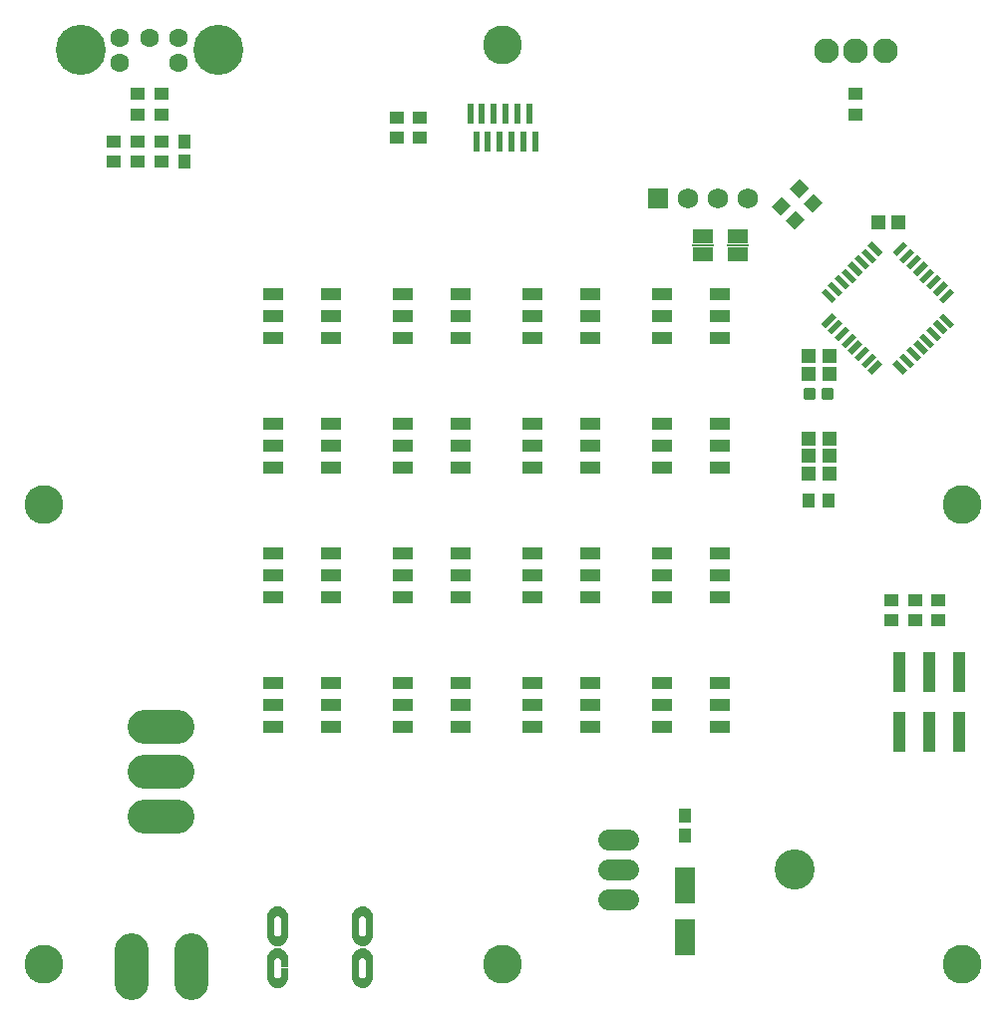
<source format=gbr>
G04 EAGLE Gerber RS-274X export*
G75*
%MOMM*%
%FSLAX34Y34*%
%LPD*%
%INSoldermask Bottom*%
%IPPOS*%
%AMOC8*
5,1,8,0,0,1.08239X$1,22.5*%
G01*
%ADD10C,3.301600*%
%ADD11R,1.151600X1.181600*%
%ADD12R,1.101600X1.201600*%
%ADD13R,1.701600X3.101600*%
%ADD14R,1.300000X0.500000*%
%ADD15C,1.778000*%
%ADD16C,3.403600*%
%ADD17R,1.201600X1.101600*%
%ADD18C,2.101600*%
%ADD19C,2.882900*%
%ADD20R,1.117600X3.403600*%
%ADD21R,1.701600X1.101600*%
%ADD22R,0.501600X1.701600*%
%ADD23C,1.601600*%
%ADD24C,4.250600*%
%ADD25R,1.751600X1.751600*%
%ADD26C,1.751600*%
%ADD27C,0.326897*%
%ADD28R,1.701800X1.270000*%
%ADD29R,1.828800X0.152400*%

G36*
X250756Y65168D02*
X250756Y65168D01*
X250757Y65168D01*
X252446Y65680D01*
X252446Y65681D01*
X252447Y65681D01*
X254002Y66512D01*
X254003Y66513D01*
X255367Y67632D01*
X255367Y67633D01*
X255368Y67633D01*
X256487Y68997D01*
X256488Y68998D01*
X257319Y70554D01*
X257320Y70554D01*
X257832Y72243D01*
X257832Y72244D01*
X258005Y74000D01*
X258005Y81750D01*
X258001Y81755D01*
X258000Y81755D01*
X252000Y81755D01*
X251995Y81751D01*
X251995Y81750D01*
X251995Y76500D01*
X251995Y76498D01*
X251994Y76493D01*
X251994Y76488D01*
X251993Y76483D01*
X251993Y76478D01*
X251992Y76473D01*
X251990Y76454D01*
X251989Y76449D01*
X251989Y76444D01*
X251988Y76439D01*
X251988Y76434D01*
X251987Y76429D01*
X251986Y76424D01*
X251986Y76419D01*
X251985Y76414D01*
X251983Y76394D01*
X251983Y76389D01*
X251982Y76389D01*
X251983Y76389D01*
X251982Y76384D01*
X251981Y76379D01*
X251981Y76374D01*
X251980Y76369D01*
X251980Y76364D01*
X251979Y76359D01*
X251979Y76354D01*
X251976Y76334D01*
X251976Y76329D01*
X251975Y76324D01*
X251975Y76319D01*
X251974Y76314D01*
X251974Y76310D01*
X251974Y76309D01*
X251973Y76305D01*
X251973Y76304D01*
X251972Y76300D01*
X251970Y76275D01*
X251969Y76270D01*
X251969Y76265D01*
X251968Y76265D01*
X251969Y76265D01*
X251968Y76260D01*
X251967Y76255D01*
X251967Y76250D01*
X251966Y76245D01*
X251966Y76240D01*
X251963Y76220D01*
X251963Y76215D01*
X251962Y76210D01*
X251962Y76205D01*
X251961Y76200D01*
X251961Y76195D01*
X251960Y76190D01*
X251960Y76185D01*
X251959Y76180D01*
X251957Y76160D01*
X251956Y76155D01*
X251956Y76151D01*
X251956Y76150D01*
X251955Y76146D01*
X251955Y76145D01*
X251955Y76141D01*
X251954Y76141D01*
X251955Y76141D01*
X251954Y76136D01*
X251953Y76131D01*
X251953Y76126D01*
X251952Y76121D01*
X251950Y76101D01*
X251949Y76096D01*
X251949Y76091D01*
X251948Y76086D01*
X251948Y76081D01*
X251947Y76076D01*
X251947Y76071D01*
X251946Y76066D01*
X251946Y76061D01*
X251943Y76041D01*
X251943Y76036D01*
X251942Y76031D01*
X251942Y76026D01*
X251941Y76021D01*
X251941Y76016D01*
X251940Y76016D01*
X251941Y76016D01*
X251940Y76011D01*
X251939Y76006D01*
X251939Y76001D01*
X251937Y75982D01*
X251936Y75977D01*
X251935Y75972D01*
X251935Y75967D01*
X251934Y75962D01*
X251934Y75957D01*
X251933Y75952D01*
X251933Y75947D01*
X251930Y75922D01*
X251929Y75917D01*
X251929Y75912D01*
X251928Y75907D01*
X251928Y75902D01*
X251927Y75897D01*
X251927Y75892D01*
X251926Y75892D01*
X251927Y75892D01*
X251926Y75887D01*
X251923Y75862D01*
X251923Y75857D01*
X251922Y75852D01*
X251921Y75847D01*
X251921Y75842D01*
X251920Y75837D01*
X251920Y75834D01*
X251698Y75200D01*
X251342Y74633D01*
X250867Y74158D01*
X250300Y73802D01*
X249666Y73580D01*
X249366Y73546D01*
X249322Y73541D01*
X249013Y73507D01*
X249000Y73505D01*
X248334Y73580D01*
X247700Y73802D01*
X247133Y74158D01*
X246658Y74633D01*
X246302Y75200D01*
X246080Y75834D01*
X246005Y76500D01*
X246005Y87500D01*
X246005Y87503D01*
X246006Y87508D01*
X246006Y87513D01*
X246007Y87518D01*
X246008Y87523D01*
X246010Y87543D01*
X246010Y87548D01*
X246011Y87552D01*
X246011Y87553D01*
X246011Y87557D01*
X246012Y87557D01*
X246011Y87558D01*
X246012Y87562D01*
X246013Y87567D01*
X246013Y87572D01*
X246014Y87577D01*
X246014Y87582D01*
X246017Y87602D01*
X246017Y87607D01*
X246018Y87612D01*
X246018Y87617D01*
X246019Y87622D01*
X246019Y87627D01*
X246020Y87632D01*
X246020Y87637D01*
X246021Y87642D01*
X246023Y87662D01*
X246024Y87667D01*
X246024Y87672D01*
X246025Y87677D01*
X246025Y87682D01*
X246026Y87682D01*
X246025Y87682D01*
X246026Y87687D01*
X246027Y87692D01*
X246027Y87697D01*
X246028Y87702D01*
X246030Y87721D01*
X246031Y87726D01*
X246031Y87731D01*
X246032Y87736D01*
X246032Y87741D01*
X246033Y87746D01*
X246033Y87751D01*
X246034Y87756D01*
X246034Y87761D01*
X246037Y87781D01*
X246037Y87786D01*
X246038Y87791D01*
X246038Y87796D01*
X246039Y87801D01*
X246039Y87806D01*
X246040Y87806D01*
X246039Y87806D01*
X246040Y87811D01*
X246041Y87816D01*
X246043Y87841D01*
X246044Y87846D01*
X246045Y87851D01*
X246045Y87856D01*
X246046Y87861D01*
X246046Y87866D01*
X246047Y87870D01*
X246047Y87871D01*
X246047Y87875D01*
X246047Y87876D01*
X246050Y87900D01*
X246051Y87905D01*
X246051Y87910D01*
X246052Y87915D01*
X246052Y87920D01*
X246053Y87925D01*
X246053Y87930D01*
X246054Y87930D01*
X246053Y87930D01*
X246054Y87935D01*
X246056Y87955D01*
X246057Y87960D01*
X246057Y87965D01*
X246058Y87970D01*
X246059Y87975D01*
X246059Y87980D01*
X246060Y87985D01*
X246060Y87990D01*
X246061Y87995D01*
X246063Y88015D01*
X246064Y88020D01*
X246064Y88025D01*
X246065Y88029D01*
X246065Y88030D01*
X246065Y88034D01*
X246065Y88035D01*
X246066Y88039D01*
X246066Y88044D01*
X246067Y88049D01*
X246067Y88054D01*
X246068Y88054D01*
X246067Y88054D01*
X246070Y88074D01*
X246070Y88079D01*
X246071Y88084D01*
X246071Y88089D01*
X246072Y88094D01*
X246073Y88099D01*
X246073Y88104D01*
X246074Y88109D01*
X246074Y88114D01*
X246076Y88134D01*
X246077Y88139D01*
X246078Y88144D01*
X246078Y88149D01*
X246079Y88154D01*
X246079Y88159D01*
X246080Y88164D01*
X246080Y88166D01*
X246302Y88800D01*
X246658Y89367D01*
X247133Y89842D01*
X247700Y90198D01*
X248334Y90420D01*
X249000Y90495D01*
X249666Y90420D01*
X250300Y90198D01*
X250867Y89842D01*
X251342Y89367D01*
X251698Y88800D01*
X251920Y88166D01*
X251995Y87500D01*
X251995Y82375D01*
X251999Y82370D01*
X252000Y82370D01*
X258000Y82370D01*
X258005Y82374D01*
X258005Y82375D01*
X258005Y90000D01*
X258005Y90001D01*
X257832Y91756D01*
X257832Y91757D01*
X257320Y93446D01*
X257319Y93446D01*
X257319Y93447D01*
X256488Y95002D01*
X256487Y95003D01*
X255368Y96367D01*
X255367Y96367D01*
X255367Y96368D01*
X254003Y97487D01*
X254002Y97488D01*
X252447Y98319D01*
X252446Y98319D01*
X252446Y98320D01*
X250757Y98832D01*
X250756Y98832D01*
X249001Y99005D01*
X249000Y99005D01*
X247244Y98832D01*
X247243Y98832D01*
X245554Y98320D01*
X245554Y98319D01*
X243998Y97488D01*
X243997Y97487D01*
X242633Y96368D01*
X242633Y96367D01*
X242632Y96367D01*
X241513Y95003D01*
X241512Y95002D01*
X240681Y93447D01*
X240681Y93446D01*
X240680Y93446D01*
X240168Y91757D01*
X240168Y91756D01*
X239995Y90001D01*
X239995Y90000D01*
X239995Y74000D01*
X240168Y72244D01*
X240168Y72243D01*
X240680Y70554D01*
X240681Y70554D01*
X241512Y68998D01*
X241513Y68997D01*
X242632Y67633D01*
X242633Y67633D01*
X242633Y67632D01*
X243997Y66513D01*
X243998Y66512D01*
X245554Y65681D01*
X245554Y65680D01*
X247243Y65168D01*
X247244Y65168D01*
X249000Y64995D01*
X249001Y64995D01*
X250756Y65168D01*
G37*
G36*
X250756Y29668D02*
X250756Y29668D01*
X250757Y29668D01*
X252446Y30180D01*
X252446Y30181D01*
X252447Y30181D01*
X254002Y31012D01*
X254003Y31013D01*
X255367Y32132D01*
X255367Y32133D01*
X255368Y32133D01*
X256487Y33497D01*
X256488Y33498D01*
X257319Y35054D01*
X257320Y35054D01*
X257832Y36743D01*
X257832Y36744D01*
X258005Y38500D01*
X258005Y46250D01*
X258001Y46255D01*
X258000Y46255D01*
X252000Y46255D01*
X251995Y46251D01*
X251995Y46250D01*
X251995Y41000D01*
X251995Y40998D01*
X251994Y40993D01*
X251994Y40988D01*
X251993Y40983D01*
X251993Y40978D01*
X251992Y40973D01*
X251990Y40954D01*
X251989Y40949D01*
X251989Y40944D01*
X251988Y40939D01*
X251988Y40934D01*
X251987Y40929D01*
X251986Y40924D01*
X251986Y40919D01*
X251985Y40914D01*
X251983Y40894D01*
X251983Y40889D01*
X251982Y40889D01*
X251983Y40889D01*
X251982Y40884D01*
X251981Y40879D01*
X251981Y40874D01*
X251980Y40869D01*
X251980Y40864D01*
X251979Y40859D01*
X251979Y40854D01*
X251976Y40834D01*
X251976Y40829D01*
X251975Y40824D01*
X251975Y40819D01*
X251974Y40814D01*
X251974Y40810D01*
X251974Y40809D01*
X251973Y40805D01*
X251973Y40804D01*
X251972Y40800D01*
X251970Y40775D01*
X251969Y40770D01*
X251969Y40765D01*
X251968Y40765D01*
X251969Y40765D01*
X251968Y40760D01*
X251967Y40755D01*
X251967Y40750D01*
X251966Y40745D01*
X251966Y40740D01*
X251963Y40720D01*
X251963Y40715D01*
X251962Y40710D01*
X251962Y40705D01*
X251961Y40700D01*
X251961Y40695D01*
X251960Y40690D01*
X251960Y40685D01*
X251959Y40680D01*
X251957Y40660D01*
X251956Y40655D01*
X251956Y40651D01*
X251956Y40650D01*
X251955Y40646D01*
X251955Y40645D01*
X251955Y40641D01*
X251954Y40641D01*
X251955Y40641D01*
X251954Y40636D01*
X251953Y40631D01*
X251953Y40626D01*
X251952Y40621D01*
X251950Y40601D01*
X251949Y40596D01*
X251949Y40591D01*
X251948Y40586D01*
X251948Y40581D01*
X251947Y40576D01*
X251947Y40571D01*
X251946Y40566D01*
X251946Y40561D01*
X251943Y40541D01*
X251943Y40536D01*
X251942Y40531D01*
X251942Y40526D01*
X251941Y40521D01*
X251941Y40516D01*
X251940Y40516D01*
X251941Y40516D01*
X251940Y40511D01*
X251939Y40506D01*
X251939Y40501D01*
X251937Y40482D01*
X251936Y40477D01*
X251935Y40472D01*
X251935Y40467D01*
X251934Y40462D01*
X251934Y40457D01*
X251933Y40452D01*
X251933Y40447D01*
X251930Y40422D01*
X251929Y40417D01*
X251929Y40412D01*
X251928Y40407D01*
X251928Y40402D01*
X251927Y40397D01*
X251927Y40392D01*
X251926Y40392D01*
X251927Y40392D01*
X251926Y40387D01*
X251923Y40362D01*
X251923Y40357D01*
X251922Y40352D01*
X251921Y40347D01*
X251921Y40342D01*
X251920Y40337D01*
X251920Y40334D01*
X251698Y39700D01*
X251342Y39133D01*
X250867Y38658D01*
X250300Y38302D01*
X249666Y38080D01*
X249366Y38046D01*
X249322Y38041D01*
X249013Y38007D01*
X249000Y38005D01*
X248334Y38080D01*
X247700Y38302D01*
X247133Y38658D01*
X246658Y39133D01*
X246302Y39700D01*
X246080Y40334D01*
X246005Y41000D01*
X246005Y52000D01*
X246005Y52003D01*
X246006Y52008D01*
X246006Y52013D01*
X246007Y52018D01*
X246008Y52023D01*
X246010Y52043D01*
X246010Y52048D01*
X246011Y52052D01*
X246011Y52053D01*
X246011Y52057D01*
X246012Y52057D01*
X246011Y52058D01*
X246012Y52062D01*
X246013Y52067D01*
X246013Y52072D01*
X246014Y52077D01*
X246014Y52082D01*
X246017Y52102D01*
X246017Y52107D01*
X246018Y52112D01*
X246018Y52117D01*
X246019Y52122D01*
X246019Y52127D01*
X246020Y52132D01*
X246020Y52137D01*
X246021Y52142D01*
X246023Y52162D01*
X246024Y52167D01*
X246024Y52172D01*
X246025Y52177D01*
X246025Y52182D01*
X246026Y52182D01*
X246025Y52182D01*
X246026Y52187D01*
X246027Y52192D01*
X246027Y52197D01*
X246028Y52202D01*
X246030Y52221D01*
X246031Y52226D01*
X246031Y52231D01*
X246032Y52236D01*
X246032Y52241D01*
X246033Y52246D01*
X246033Y52251D01*
X246034Y52256D01*
X246034Y52261D01*
X246037Y52281D01*
X246037Y52286D01*
X246038Y52291D01*
X246038Y52296D01*
X246039Y52301D01*
X246039Y52306D01*
X246040Y52306D01*
X246039Y52306D01*
X246040Y52311D01*
X246041Y52316D01*
X246043Y52341D01*
X246044Y52346D01*
X246045Y52351D01*
X246045Y52356D01*
X246046Y52361D01*
X246046Y52366D01*
X246047Y52370D01*
X246047Y52371D01*
X246047Y52375D01*
X246047Y52376D01*
X246050Y52400D01*
X246051Y52405D01*
X246051Y52410D01*
X246052Y52415D01*
X246052Y52420D01*
X246053Y52425D01*
X246053Y52430D01*
X246054Y52430D01*
X246053Y52430D01*
X246054Y52435D01*
X246056Y52455D01*
X246057Y52460D01*
X246057Y52465D01*
X246058Y52470D01*
X246059Y52475D01*
X246059Y52480D01*
X246060Y52485D01*
X246060Y52490D01*
X246061Y52495D01*
X246063Y52515D01*
X246064Y52520D01*
X246064Y52525D01*
X246065Y52529D01*
X246065Y52530D01*
X246065Y52534D01*
X246065Y52535D01*
X246066Y52539D01*
X246066Y52544D01*
X246067Y52549D01*
X246067Y52554D01*
X246068Y52554D01*
X246067Y52554D01*
X246070Y52574D01*
X246070Y52579D01*
X246071Y52584D01*
X246071Y52589D01*
X246072Y52594D01*
X246073Y52599D01*
X246073Y52604D01*
X246074Y52609D01*
X246074Y52614D01*
X246076Y52634D01*
X246077Y52639D01*
X246078Y52644D01*
X246078Y52649D01*
X246079Y52654D01*
X246079Y52659D01*
X246080Y52664D01*
X246080Y52666D01*
X246302Y53300D01*
X246658Y53867D01*
X247133Y54342D01*
X247700Y54698D01*
X248334Y54920D01*
X249000Y54995D01*
X249666Y54920D01*
X250300Y54698D01*
X250867Y54342D01*
X251342Y53867D01*
X251698Y53300D01*
X251920Y52666D01*
X251995Y52000D01*
X251995Y46875D01*
X251999Y46870D01*
X252000Y46870D01*
X258000Y46870D01*
X258005Y46874D01*
X258005Y46875D01*
X258005Y54500D01*
X258005Y54501D01*
X257832Y56256D01*
X257832Y56257D01*
X257320Y57946D01*
X257319Y57946D01*
X257319Y57947D01*
X256488Y59502D01*
X256487Y59503D01*
X255368Y60867D01*
X255367Y60867D01*
X255367Y60868D01*
X254003Y61987D01*
X254002Y61988D01*
X252447Y62819D01*
X252446Y62819D01*
X252446Y62820D01*
X250757Y63332D01*
X250756Y63332D01*
X249001Y63505D01*
X249000Y63505D01*
X247244Y63332D01*
X247243Y63332D01*
X245554Y62820D01*
X245554Y62819D01*
X243998Y61988D01*
X243997Y61987D01*
X242633Y60868D01*
X242633Y60867D01*
X242632Y60867D01*
X241513Y59503D01*
X241512Y59502D01*
X240681Y57947D01*
X240681Y57946D01*
X240680Y57946D01*
X240168Y56257D01*
X240168Y56256D01*
X239995Y54501D01*
X239995Y54500D01*
X239995Y38500D01*
X240168Y36744D01*
X240168Y36743D01*
X240680Y35054D01*
X240681Y35054D01*
X241512Y33498D01*
X241513Y33497D01*
X242632Y32133D01*
X242633Y32133D01*
X242633Y32132D01*
X243997Y31013D01*
X243998Y31012D01*
X245554Y30181D01*
X245554Y30180D01*
X247243Y29668D01*
X247244Y29668D01*
X249000Y29495D01*
X249001Y29495D01*
X250756Y29668D01*
G37*
G36*
X322756Y65168D02*
X322756Y65168D01*
X322757Y65168D01*
X324446Y65680D01*
X324446Y65681D01*
X324447Y65681D01*
X326002Y66512D01*
X326003Y66513D01*
X327367Y67632D01*
X327367Y67633D01*
X327368Y67633D01*
X328487Y68997D01*
X328488Y68998D01*
X329319Y70554D01*
X329320Y70554D01*
X329832Y72243D01*
X329832Y72244D01*
X330005Y74000D01*
X330005Y90000D01*
X330005Y90001D01*
X329832Y91756D01*
X329832Y91757D01*
X329320Y93446D01*
X329319Y93446D01*
X329319Y93447D01*
X328488Y95002D01*
X328487Y95003D01*
X327368Y96367D01*
X327367Y96367D01*
X327367Y96368D01*
X326003Y97487D01*
X326002Y97488D01*
X324447Y98319D01*
X324446Y98319D01*
X324446Y98320D01*
X322757Y98832D01*
X322756Y98832D01*
X321001Y99005D01*
X321000Y99005D01*
X319244Y98832D01*
X319243Y98832D01*
X317554Y98320D01*
X317554Y98319D01*
X315998Y97488D01*
X315997Y97487D01*
X314633Y96368D01*
X314633Y96367D01*
X314632Y96367D01*
X313513Y95003D01*
X313512Y95002D01*
X312681Y93447D01*
X312681Y93446D01*
X312680Y93446D01*
X312168Y91757D01*
X312168Y91756D01*
X311995Y90001D01*
X311995Y90000D01*
X311995Y82250D01*
X311999Y82245D01*
X312000Y82245D01*
X318000Y82245D01*
X318005Y82249D01*
X318005Y82250D01*
X318005Y87500D01*
X318005Y87503D01*
X318006Y87508D01*
X318006Y87513D01*
X318007Y87518D01*
X318008Y87523D01*
X318010Y87543D01*
X318010Y87548D01*
X318011Y87552D01*
X318011Y87553D01*
X318011Y87557D01*
X318012Y87557D01*
X318011Y87558D01*
X318012Y87562D01*
X318013Y87567D01*
X318013Y87572D01*
X318014Y87577D01*
X318014Y87582D01*
X318017Y87602D01*
X318017Y87607D01*
X318018Y87612D01*
X318018Y87617D01*
X318019Y87622D01*
X318019Y87627D01*
X318020Y87632D01*
X318020Y87637D01*
X318021Y87642D01*
X318023Y87662D01*
X318024Y87667D01*
X318024Y87672D01*
X318025Y87677D01*
X318025Y87682D01*
X318026Y87682D01*
X318025Y87682D01*
X318026Y87687D01*
X318027Y87692D01*
X318027Y87697D01*
X318028Y87702D01*
X318030Y87721D01*
X318031Y87726D01*
X318031Y87731D01*
X318032Y87736D01*
X318032Y87741D01*
X318033Y87746D01*
X318033Y87751D01*
X318034Y87756D01*
X318034Y87761D01*
X318037Y87781D01*
X318037Y87786D01*
X318038Y87791D01*
X318038Y87796D01*
X318039Y87801D01*
X318039Y87806D01*
X318040Y87806D01*
X318039Y87806D01*
X318040Y87811D01*
X318041Y87816D01*
X318043Y87841D01*
X318044Y87846D01*
X318045Y87851D01*
X318045Y87856D01*
X318046Y87861D01*
X318046Y87866D01*
X318047Y87870D01*
X318047Y87871D01*
X318047Y87875D01*
X318047Y87876D01*
X318050Y87900D01*
X318051Y87905D01*
X318051Y87910D01*
X318052Y87915D01*
X318052Y87920D01*
X318053Y87925D01*
X318053Y87930D01*
X318054Y87930D01*
X318053Y87930D01*
X318054Y87935D01*
X318056Y87955D01*
X318057Y87960D01*
X318057Y87965D01*
X318058Y87970D01*
X318059Y87975D01*
X318059Y87980D01*
X318060Y87985D01*
X318060Y87990D01*
X318061Y87995D01*
X318063Y88015D01*
X318064Y88020D01*
X318064Y88025D01*
X318065Y88029D01*
X318065Y88030D01*
X318065Y88034D01*
X318065Y88035D01*
X318066Y88039D01*
X318066Y88044D01*
X318067Y88049D01*
X318067Y88054D01*
X318068Y88054D01*
X318067Y88054D01*
X318070Y88074D01*
X318070Y88079D01*
X318071Y88084D01*
X318071Y88089D01*
X318072Y88094D01*
X318073Y88099D01*
X318073Y88104D01*
X318074Y88109D01*
X318074Y88114D01*
X318076Y88134D01*
X318077Y88139D01*
X318078Y88144D01*
X318078Y88149D01*
X318079Y88154D01*
X318079Y88159D01*
X318080Y88164D01*
X318080Y88166D01*
X318302Y88800D01*
X318658Y89367D01*
X319133Y89842D01*
X319700Y90198D01*
X320334Y90420D01*
X321000Y90495D01*
X321666Y90420D01*
X322300Y90198D01*
X322867Y89842D01*
X323342Y89367D01*
X323698Y88800D01*
X323920Y88166D01*
X323995Y87500D01*
X323995Y76500D01*
X323995Y76498D01*
X323994Y76493D01*
X323994Y76488D01*
X323993Y76483D01*
X323993Y76478D01*
X323992Y76473D01*
X323990Y76454D01*
X323989Y76449D01*
X323989Y76444D01*
X323988Y76439D01*
X323988Y76434D01*
X323987Y76429D01*
X323986Y76424D01*
X323986Y76419D01*
X323985Y76414D01*
X323983Y76394D01*
X323983Y76389D01*
X323982Y76389D01*
X323983Y76389D01*
X323982Y76384D01*
X323981Y76379D01*
X323981Y76374D01*
X323980Y76369D01*
X323980Y76364D01*
X323979Y76359D01*
X323979Y76354D01*
X323976Y76334D01*
X323976Y76329D01*
X323975Y76324D01*
X323975Y76319D01*
X323974Y76314D01*
X323974Y76310D01*
X323974Y76309D01*
X323973Y76305D01*
X323973Y76304D01*
X323972Y76300D01*
X323970Y76275D01*
X323969Y76270D01*
X323969Y76265D01*
X323968Y76265D01*
X323969Y76265D01*
X323968Y76260D01*
X323967Y76255D01*
X323967Y76250D01*
X323966Y76245D01*
X323966Y76240D01*
X323963Y76220D01*
X323963Y76215D01*
X323962Y76210D01*
X323962Y76205D01*
X323961Y76200D01*
X323961Y76195D01*
X323960Y76190D01*
X323960Y76185D01*
X323959Y76180D01*
X323957Y76160D01*
X323956Y76155D01*
X323956Y76151D01*
X323956Y76150D01*
X323955Y76146D01*
X323955Y76145D01*
X323955Y76141D01*
X323954Y76141D01*
X323955Y76141D01*
X323954Y76136D01*
X323953Y76131D01*
X323953Y76126D01*
X323952Y76121D01*
X323950Y76101D01*
X323949Y76096D01*
X323949Y76091D01*
X323948Y76086D01*
X323948Y76081D01*
X323947Y76076D01*
X323947Y76071D01*
X323946Y76066D01*
X323946Y76061D01*
X323943Y76041D01*
X323943Y76036D01*
X323942Y76031D01*
X323942Y76026D01*
X323941Y76021D01*
X323941Y76016D01*
X323940Y76016D01*
X323941Y76016D01*
X323940Y76011D01*
X323939Y76006D01*
X323939Y76001D01*
X323937Y75982D01*
X323936Y75977D01*
X323935Y75972D01*
X323935Y75967D01*
X323934Y75962D01*
X323934Y75957D01*
X323933Y75952D01*
X323933Y75947D01*
X323930Y75922D01*
X323929Y75917D01*
X323929Y75912D01*
X323928Y75907D01*
X323928Y75902D01*
X323927Y75897D01*
X323927Y75892D01*
X323926Y75892D01*
X323927Y75892D01*
X323926Y75887D01*
X323923Y75862D01*
X323923Y75857D01*
X323922Y75852D01*
X323921Y75847D01*
X323921Y75842D01*
X323920Y75837D01*
X323920Y75834D01*
X323698Y75200D01*
X323342Y74633D01*
X322867Y74158D01*
X322300Y73802D01*
X321666Y73580D01*
X321366Y73546D01*
X321322Y73541D01*
X321013Y73507D01*
X321000Y73505D01*
X320334Y73580D01*
X319700Y73802D01*
X319133Y74158D01*
X318658Y74633D01*
X318302Y75200D01*
X318080Y75834D01*
X318005Y76500D01*
X318005Y81625D01*
X318001Y81630D01*
X318000Y81630D01*
X312000Y81630D01*
X311995Y81626D01*
X311995Y81625D01*
X311995Y74000D01*
X312168Y72244D01*
X312168Y72243D01*
X312680Y70554D01*
X312681Y70554D01*
X313512Y68998D01*
X313513Y68997D01*
X314632Y67633D01*
X314633Y67633D01*
X314633Y67632D01*
X315997Y66513D01*
X315998Y66512D01*
X317554Y65681D01*
X317554Y65680D01*
X319243Y65168D01*
X319244Y65168D01*
X321000Y64995D01*
X321001Y64995D01*
X322756Y65168D01*
G37*
G36*
X322756Y29668D02*
X322756Y29668D01*
X322757Y29668D01*
X324446Y30180D01*
X324446Y30181D01*
X324447Y30181D01*
X326002Y31012D01*
X326003Y31013D01*
X327367Y32132D01*
X327367Y32133D01*
X327368Y32133D01*
X328487Y33497D01*
X328488Y33498D01*
X329319Y35054D01*
X329320Y35054D01*
X329832Y36743D01*
X329832Y36744D01*
X330005Y38500D01*
X330005Y54500D01*
X330005Y54501D01*
X329832Y56256D01*
X329832Y56257D01*
X329320Y57946D01*
X329319Y57946D01*
X329319Y57947D01*
X328488Y59502D01*
X328487Y59503D01*
X327368Y60867D01*
X327367Y60867D01*
X327367Y60868D01*
X326003Y61987D01*
X326002Y61988D01*
X324447Y62819D01*
X324446Y62819D01*
X324446Y62820D01*
X322757Y63332D01*
X322756Y63332D01*
X321001Y63505D01*
X321000Y63505D01*
X319244Y63332D01*
X319243Y63332D01*
X317554Y62820D01*
X317554Y62819D01*
X315998Y61988D01*
X315997Y61987D01*
X314633Y60868D01*
X314633Y60867D01*
X314632Y60867D01*
X313513Y59503D01*
X313512Y59502D01*
X312681Y57947D01*
X312681Y57946D01*
X312680Y57946D01*
X312168Y56257D01*
X312168Y56256D01*
X311995Y54501D01*
X311995Y54500D01*
X311995Y46750D01*
X311999Y46745D01*
X312000Y46745D01*
X318000Y46745D01*
X318005Y46749D01*
X318005Y46750D01*
X318005Y52000D01*
X318005Y52003D01*
X318006Y52008D01*
X318006Y52013D01*
X318007Y52018D01*
X318008Y52023D01*
X318010Y52043D01*
X318010Y52048D01*
X318011Y52052D01*
X318011Y52053D01*
X318011Y52057D01*
X318012Y52057D01*
X318011Y52058D01*
X318012Y52062D01*
X318013Y52067D01*
X318013Y52072D01*
X318014Y52077D01*
X318014Y52082D01*
X318017Y52102D01*
X318017Y52107D01*
X318018Y52112D01*
X318018Y52117D01*
X318019Y52122D01*
X318019Y52127D01*
X318020Y52132D01*
X318020Y52137D01*
X318021Y52142D01*
X318023Y52162D01*
X318024Y52167D01*
X318024Y52172D01*
X318025Y52177D01*
X318025Y52182D01*
X318026Y52182D01*
X318025Y52182D01*
X318026Y52187D01*
X318027Y52192D01*
X318027Y52197D01*
X318028Y52202D01*
X318030Y52221D01*
X318031Y52226D01*
X318031Y52231D01*
X318032Y52236D01*
X318032Y52241D01*
X318033Y52246D01*
X318033Y52251D01*
X318034Y52256D01*
X318034Y52261D01*
X318037Y52281D01*
X318037Y52286D01*
X318038Y52291D01*
X318038Y52296D01*
X318039Y52301D01*
X318039Y52306D01*
X318040Y52306D01*
X318039Y52306D01*
X318040Y52311D01*
X318041Y52316D01*
X318043Y52341D01*
X318044Y52346D01*
X318045Y52351D01*
X318045Y52356D01*
X318046Y52361D01*
X318046Y52366D01*
X318047Y52370D01*
X318047Y52371D01*
X318047Y52375D01*
X318047Y52376D01*
X318050Y52400D01*
X318051Y52405D01*
X318051Y52410D01*
X318052Y52415D01*
X318052Y52420D01*
X318053Y52425D01*
X318053Y52430D01*
X318054Y52430D01*
X318053Y52430D01*
X318054Y52435D01*
X318056Y52455D01*
X318057Y52460D01*
X318057Y52465D01*
X318058Y52470D01*
X318059Y52475D01*
X318059Y52480D01*
X318060Y52485D01*
X318060Y52490D01*
X318061Y52495D01*
X318063Y52515D01*
X318064Y52520D01*
X318064Y52525D01*
X318065Y52529D01*
X318065Y52530D01*
X318065Y52534D01*
X318065Y52535D01*
X318066Y52539D01*
X318066Y52544D01*
X318067Y52549D01*
X318067Y52554D01*
X318068Y52554D01*
X318067Y52554D01*
X318070Y52574D01*
X318070Y52579D01*
X318071Y52584D01*
X318071Y52589D01*
X318072Y52594D01*
X318073Y52599D01*
X318073Y52604D01*
X318074Y52609D01*
X318074Y52614D01*
X318076Y52634D01*
X318077Y52639D01*
X318078Y52644D01*
X318078Y52649D01*
X318079Y52654D01*
X318079Y52659D01*
X318080Y52664D01*
X318080Y52666D01*
X318302Y53300D01*
X318658Y53867D01*
X319133Y54342D01*
X319700Y54698D01*
X320334Y54920D01*
X321000Y54995D01*
X321666Y54920D01*
X322300Y54698D01*
X322867Y54342D01*
X323342Y53867D01*
X323698Y53300D01*
X323920Y52666D01*
X323995Y52000D01*
X323995Y41000D01*
X323995Y40998D01*
X323994Y40993D01*
X323994Y40988D01*
X323993Y40983D01*
X323993Y40978D01*
X323992Y40973D01*
X323990Y40954D01*
X323989Y40949D01*
X323989Y40944D01*
X323988Y40939D01*
X323988Y40934D01*
X323987Y40929D01*
X323986Y40924D01*
X323986Y40919D01*
X323985Y40914D01*
X323983Y40894D01*
X323983Y40889D01*
X323982Y40889D01*
X323983Y40889D01*
X323982Y40884D01*
X323981Y40879D01*
X323981Y40874D01*
X323980Y40869D01*
X323980Y40864D01*
X323979Y40859D01*
X323979Y40854D01*
X323976Y40834D01*
X323976Y40829D01*
X323975Y40824D01*
X323975Y40819D01*
X323974Y40814D01*
X323974Y40810D01*
X323974Y40809D01*
X323973Y40805D01*
X323973Y40804D01*
X323972Y40800D01*
X323970Y40775D01*
X323969Y40770D01*
X323969Y40765D01*
X323968Y40765D01*
X323969Y40765D01*
X323968Y40760D01*
X323967Y40755D01*
X323967Y40750D01*
X323966Y40745D01*
X323966Y40740D01*
X323963Y40720D01*
X323963Y40715D01*
X323962Y40710D01*
X323962Y40705D01*
X323961Y40700D01*
X323961Y40695D01*
X323960Y40690D01*
X323960Y40685D01*
X323959Y40680D01*
X323957Y40660D01*
X323956Y40655D01*
X323956Y40651D01*
X323956Y40650D01*
X323955Y40646D01*
X323955Y40645D01*
X323955Y40641D01*
X323954Y40641D01*
X323955Y40641D01*
X323954Y40636D01*
X323953Y40631D01*
X323953Y40626D01*
X323952Y40621D01*
X323950Y40601D01*
X323949Y40596D01*
X323949Y40591D01*
X323948Y40586D01*
X323948Y40581D01*
X323947Y40576D01*
X323947Y40571D01*
X323946Y40566D01*
X323946Y40561D01*
X323943Y40541D01*
X323943Y40536D01*
X323942Y40531D01*
X323942Y40526D01*
X323941Y40521D01*
X323941Y40516D01*
X323940Y40516D01*
X323941Y40516D01*
X323940Y40511D01*
X323939Y40506D01*
X323939Y40501D01*
X323937Y40482D01*
X323936Y40477D01*
X323935Y40472D01*
X323935Y40467D01*
X323934Y40462D01*
X323934Y40457D01*
X323933Y40452D01*
X323933Y40447D01*
X323930Y40422D01*
X323929Y40417D01*
X323929Y40412D01*
X323928Y40407D01*
X323928Y40402D01*
X323927Y40397D01*
X323927Y40392D01*
X323926Y40392D01*
X323927Y40392D01*
X323926Y40387D01*
X323923Y40362D01*
X323923Y40357D01*
X323922Y40352D01*
X323921Y40347D01*
X323921Y40342D01*
X323920Y40337D01*
X323920Y40334D01*
X323698Y39700D01*
X323342Y39133D01*
X322867Y38658D01*
X322300Y38302D01*
X321666Y38080D01*
X321366Y38046D01*
X321322Y38041D01*
X321013Y38007D01*
X321000Y38005D01*
X320334Y38080D01*
X319700Y38302D01*
X319133Y38658D01*
X318658Y39133D01*
X318302Y39700D01*
X318080Y40334D01*
X318005Y41000D01*
X318005Y46125D01*
X318001Y46130D01*
X318000Y46130D01*
X312000Y46130D01*
X311995Y46126D01*
X311995Y46125D01*
X311995Y38500D01*
X312168Y36744D01*
X312168Y36743D01*
X312680Y35054D01*
X312681Y35054D01*
X313512Y33498D01*
X313513Y33497D01*
X314632Y32133D01*
X314633Y32133D01*
X314633Y32132D01*
X315997Y31013D01*
X315998Y31012D01*
X317554Y30181D01*
X317554Y30180D01*
X319243Y29668D01*
X319244Y29668D01*
X321000Y29495D01*
X321001Y29495D01*
X322756Y29668D01*
G37*
D10*
X830000Y50000D03*
X50000Y50000D03*
X50000Y440000D03*
X440000Y50000D03*
X830000Y440000D03*
X440000Y830000D03*
D11*
X717316Y466213D03*
X699816Y466213D03*
D12*
X595000Y176000D03*
X595000Y159000D03*
D13*
X595000Y73000D03*
X595000Y117000D03*
D11*
X717316Y481213D03*
X699816Y481213D03*
X776324Y679289D03*
X758824Y679289D03*
X717316Y551213D03*
X699816Y551213D03*
X717316Y496213D03*
X699816Y496213D03*
X717316Y566213D03*
X699816Y566213D03*
D14*
G36*
X762827Y559694D02*
X753636Y550503D01*
X750101Y554038D01*
X759292Y563229D01*
X762827Y559694D01*
G37*
G36*
X757171Y565351D02*
X747980Y556160D01*
X744445Y559695D01*
X753636Y568886D01*
X757171Y565351D01*
G37*
G36*
X751514Y571008D02*
X742323Y561817D01*
X738788Y565352D01*
X747979Y574543D01*
X751514Y571008D01*
G37*
G36*
X745857Y576665D02*
X736666Y567474D01*
X733131Y571009D01*
X742322Y580200D01*
X745857Y576665D01*
G37*
G36*
X740200Y582322D02*
X731009Y573131D01*
X727474Y576666D01*
X736665Y585857D01*
X740200Y582322D01*
G37*
G36*
X734543Y587979D02*
X725352Y578788D01*
X721817Y582323D01*
X731008Y591514D01*
X734543Y587979D01*
G37*
G36*
X728886Y593636D02*
X719695Y584445D01*
X716160Y587980D01*
X725351Y597171D01*
X728886Y593636D01*
G37*
G36*
X723230Y599292D02*
X714039Y590101D01*
X710504Y593636D01*
X719695Y602827D01*
X723230Y599292D01*
G37*
G36*
X719695Y611315D02*
X710504Y620506D01*
X714039Y624041D01*
X723230Y614850D01*
X719695Y611315D01*
G37*
G36*
X725351Y616972D02*
X716160Y626163D01*
X719695Y629698D01*
X728886Y620507D01*
X725351Y616972D01*
G37*
G36*
X731008Y622628D02*
X721817Y631819D01*
X725352Y635354D01*
X734543Y626163D01*
X731008Y622628D01*
G37*
G36*
X736665Y628285D02*
X727474Y637476D01*
X731009Y641011D01*
X740200Y631820D01*
X736665Y628285D01*
G37*
G36*
X742322Y633942D02*
X733131Y643133D01*
X736666Y646668D01*
X745857Y637477D01*
X742322Y633942D01*
G37*
G36*
X747979Y639599D02*
X738788Y648790D01*
X742323Y652325D01*
X751514Y643134D01*
X747979Y639599D01*
G37*
G36*
X753636Y645256D02*
X744445Y654447D01*
X747980Y657982D01*
X757171Y648791D01*
X753636Y645256D01*
G37*
G36*
X759292Y650913D02*
X750101Y660104D01*
X753636Y663639D01*
X762827Y654448D01*
X759292Y650913D01*
G37*
G36*
X771315Y654448D02*
X780506Y663639D01*
X784041Y660104D01*
X774850Y650913D01*
X771315Y654448D01*
G37*
G36*
X776972Y648791D02*
X786163Y657982D01*
X789698Y654447D01*
X780507Y645256D01*
X776972Y648791D01*
G37*
G36*
X782628Y643134D02*
X791819Y652325D01*
X795354Y648790D01*
X786163Y639599D01*
X782628Y643134D01*
G37*
G36*
X788285Y637477D02*
X797476Y646668D01*
X801011Y643133D01*
X791820Y633942D01*
X788285Y637477D01*
G37*
G36*
X793942Y631820D02*
X803133Y641011D01*
X806668Y637476D01*
X797477Y628285D01*
X793942Y631820D01*
G37*
G36*
X799599Y626163D02*
X808790Y635354D01*
X812325Y631819D01*
X803134Y622628D01*
X799599Y626163D01*
G37*
G36*
X805256Y620507D02*
X814447Y629698D01*
X817982Y626163D01*
X808791Y616972D01*
X805256Y620507D01*
G37*
G36*
X810913Y614850D02*
X820104Y624041D01*
X823639Y620506D01*
X814448Y611315D01*
X810913Y614850D01*
G37*
G36*
X814448Y602827D02*
X823639Y593636D01*
X820104Y590101D01*
X810913Y599292D01*
X814448Y602827D01*
G37*
G36*
X808791Y597171D02*
X817982Y587980D01*
X814447Y584445D01*
X805256Y593636D01*
X808791Y597171D01*
G37*
G36*
X803134Y591514D02*
X812325Y582323D01*
X808790Y578788D01*
X799599Y587979D01*
X803134Y591514D01*
G37*
G36*
X797477Y585857D02*
X806668Y576666D01*
X803133Y573131D01*
X793942Y582322D01*
X797477Y585857D01*
G37*
G36*
X791820Y580200D02*
X801011Y571009D01*
X797476Y567474D01*
X788285Y576665D01*
X791820Y580200D01*
G37*
G36*
X786163Y574543D02*
X795354Y565352D01*
X791819Y561817D01*
X782628Y571008D01*
X786163Y574543D01*
G37*
G36*
X780507Y568886D02*
X789698Y559695D01*
X786163Y556160D01*
X776972Y565351D01*
X780507Y568886D01*
G37*
G36*
X774850Y563229D02*
X784041Y554038D01*
X780506Y550503D01*
X771315Y559694D01*
X774850Y563229D01*
G37*
D15*
X546782Y155400D02*
X530018Y155400D01*
X530018Y130000D02*
X546782Y130000D01*
X546782Y104600D02*
X530018Y104600D01*
D16*
X688260Y130000D03*
D12*
X700066Y443713D03*
X717066Y443713D03*
D17*
X810000Y341500D03*
X810000Y358500D03*
X790000Y341500D03*
X790000Y358500D03*
X770000Y341500D03*
X770000Y358500D03*
D18*
X740000Y825000D03*
X765000Y825000D03*
X715000Y825000D03*
D17*
X740000Y788500D03*
X740000Y771500D03*
D12*
X170000Y748500D03*
X170000Y731500D03*
D17*
X150000Y748500D03*
X150000Y731500D03*
X110000Y731500D03*
X110000Y748500D03*
X130000Y731500D03*
X130000Y748500D03*
X130000Y771500D03*
X130000Y788500D03*
D19*
X136094Y175000D02*
X163907Y175000D01*
X163907Y213100D02*
X136094Y213100D01*
X136094Y251200D02*
X163907Y251200D01*
X175400Y61907D02*
X175400Y34094D01*
X124600Y34094D02*
X124600Y61907D01*
D20*
X827700Y246900D03*
X827700Y297700D03*
X802300Y246900D03*
X802300Y297700D03*
X776900Y246900D03*
X776900Y297700D03*
D21*
X624500Y581500D03*
X624500Y600000D03*
X624500Y618500D03*
X575500Y618500D03*
X575500Y600000D03*
X575500Y581500D03*
X514500Y581500D03*
X514500Y600000D03*
X514500Y618500D03*
X465500Y618500D03*
X465500Y600000D03*
X465500Y581500D03*
X404500Y581500D03*
X404500Y600000D03*
X404500Y618500D03*
X355500Y618500D03*
X355500Y600000D03*
X355500Y581500D03*
X294500Y581500D03*
X294500Y600000D03*
X294500Y618500D03*
X245500Y618500D03*
X245500Y600000D03*
X245500Y581500D03*
X624500Y471500D03*
X624500Y490000D03*
X624500Y508500D03*
X575500Y508500D03*
X575500Y490000D03*
X575500Y471500D03*
X514500Y471500D03*
X514500Y490000D03*
X514500Y508500D03*
X465500Y508500D03*
X465500Y490000D03*
X465500Y471500D03*
X404500Y471500D03*
X404500Y490000D03*
X404500Y508500D03*
X355500Y508500D03*
X355500Y490000D03*
X355500Y471500D03*
X294500Y471500D03*
X294500Y490000D03*
X294500Y508500D03*
X245500Y508500D03*
X245500Y490000D03*
X245500Y471500D03*
X624500Y361500D03*
X624500Y380000D03*
X624500Y398500D03*
X575500Y398500D03*
X575500Y380000D03*
X575500Y361500D03*
X514500Y361500D03*
X514500Y380000D03*
X514500Y398500D03*
X465500Y398500D03*
X465500Y380000D03*
X465500Y361500D03*
X404500Y361500D03*
X404500Y380000D03*
X404500Y398500D03*
X355500Y398500D03*
X355500Y380000D03*
X355500Y361500D03*
X294500Y361500D03*
X294500Y380000D03*
X294500Y398500D03*
X245500Y398500D03*
X245500Y380000D03*
X245500Y361500D03*
X624500Y251500D03*
X624500Y270000D03*
X624500Y288500D03*
X575500Y288500D03*
X575500Y270000D03*
X575500Y251500D03*
X514500Y251500D03*
X514500Y270000D03*
X514500Y288500D03*
X465500Y288500D03*
X465500Y270000D03*
X465500Y251500D03*
X404500Y251500D03*
X404500Y270000D03*
X404500Y288500D03*
X355500Y288500D03*
X355500Y270000D03*
X355500Y251500D03*
X294500Y251500D03*
X294500Y270000D03*
X294500Y288500D03*
X245500Y288500D03*
X245500Y270000D03*
X245500Y251500D03*
D12*
G36*
X676137Y685367D02*
X668347Y693157D01*
X676843Y701653D01*
X684633Y693863D01*
X676137Y685367D01*
G37*
G36*
X688157Y673347D02*
X680367Y681137D01*
X688863Y689633D01*
X696653Y681843D01*
X688157Y673347D01*
G37*
G36*
X691137Y700367D02*
X683347Y708157D01*
X691843Y716653D01*
X699633Y708863D01*
X691137Y700367D01*
G37*
G36*
X703157Y688347D02*
X695367Y696137D01*
X703863Y704633D01*
X711653Y696843D01*
X703157Y688347D01*
G37*
D22*
X412500Y772000D03*
X417500Y748000D03*
X422500Y772000D03*
X427500Y748000D03*
X432500Y772000D03*
X437500Y748000D03*
X442500Y772000D03*
X447500Y748000D03*
X452500Y772000D03*
X457500Y748000D03*
X462500Y772000D03*
X467500Y748000D03*
D17*
X350000Y768500D03*
X350000Y751500D03*
X370000Y768500D03*
X370000Y751500D03*
D23*
X165000Y836370D03*
X115000Y836370D03*
X140000Y836370D03*
X165000Y815370D03*
X115000Y815370D03*
D24*
X81500Y826370D03*
X198500Y826370D03*
D17*
X150000Y771500D03*
X150000Y788500D03*
D25*
X571900Y700000D03*
D26*
X597300Y700000D03*
X622700Y700000D03*
X648100Y700000D03*
D27*
X697627Y530394D02*
X704265Y530394D01*
X697627Y530394D02*
X697627Y537032D01*
X704265Y537032D01*
X704265Y530394D01*
X704265Y533500D02*
X697627Y533500D01*
X697627Y536606D02*
X704265Y536606D01*
X712867Y530394D02*
X719505Y530394D01*
X712867Y530394D02*
X712867Y537032D01*
X719505Y537032D01*
X719505Y530394D01*
X719505Y533500D02*
X712867Y533500D01*
X712867Y536606D02*
X719505Y536606D01*
D28*
X640000Y667620D03*
X640000Y652380D03*
D29*
X640000Y660000D03*
D28*
X610000Y667620D03*
X610000Y652380D03*
D29*
X610000Y660000D03*
M02*

</source>
